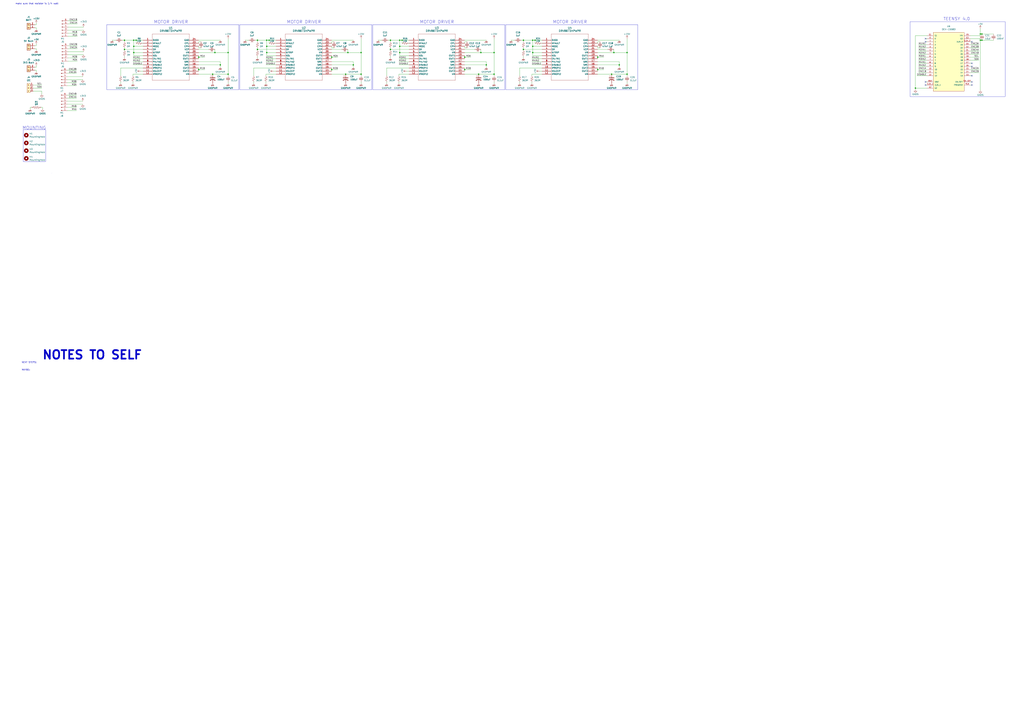
<source format=kicad_sch>
(kicad_sch (version 20230121) (generator eeschema)
  (paper "A1")
  (title_block (date "2023-10-20") (company "Team Silverback"))
  (junction (at 405.765 60.96))
  (junction (at 490.855 57.15))
  (junction (at 272.415 57.15))
  (junction (at 109.855 43.18))
  (junction (at 393.065 60.96))
  (junction (at 405.765 43.18))
  (junction (at 180.975 53.34))
  (junction (at 429.895 40.64))
  (junction (at 272.415 46.99))
  (junction (at 220.98 33.02))
  (junction (at 328.295 38.1))
  (junction (at 211.455 33.02))
  (junction (at 283.845 60.96))
  (junction (at 490.855 46.99))
  (junction (at 437.515 33.02))
  (junction (at 296.545 60.96))
  (junction (at 163.195 57.15))
  (junction (at 102.235 33.02))
  (junction (at 187.325 43.18))
  (junction (at 399.415 53.34))
  (junction (at 109.855 33.02))
  (junction (at 163.195 46.99))
  (junction (at 502.285 60.96))
  (junction (at 296.545 43.18))
  (junction (at 514.985 60.96))
  (junction (at 805.18 27.94))
  (junction (at 381.635 46.99))
  (junction (at 330.2 33.02))
  (junction (at 806.45 33.02))
  (junction (at 429.895 33.02))
  (junction (at 219.075 33.02))
  (junction (at 320.675 33.02))
  (junction (at 174.625 60.96))
  (junction (at 328.295 33.02))
  (junction (at 219.075 43.18))
  (junction (at 285.75 43.18))
  (junction (at 394.97 43.18))
  (junction (at 806.45 27.94))
  (junction (at 508.635 53.34))
  (junction (at 504.19 43.18))
  (junction (at 219.075 38.1))
  (junction (at 290.195 53.34))
  (junction (at 109.855 38.1))
  (junction (at 751.84 72.39))
  (junction (at 437.515 43.18))
  (junction (at 437.515 38.1))
  (junction (at 102.235 40.64))
  (junction (at 805.18 33.02))
  (junction (at 320.675 40.64))
  (junction (at 187.325 60.96))
  (junction (at 111.76 33.02))
  (junction (at 176.53 43.18))
  (junction (at 514.985 43.18))
  (junction (at 328.295 43.18))
  (junction (at 439.42 33.02))
  (junction (at 381.635 57.15))
  (junction (at 211.455 40.64))
  (no_connect (at 798.195 67.31))
  (no_connect (at 760.095 31.75))
  (no_connect (at 798.195 52.07))
  (no_connect (at 798.195 54.61))
  (no_connect (at 760.095 67.31))
  (no_connect (at 798.195 62.23))
  (no_connect (at 798.195 69.85))
  (no_connect (at 760.095 34.29))
  (no_connect (at 798.195 34.29))
  (no_connect (at 760.095 69.85))
  (wire (pts (xy 163.195 46.99) (xy 163.195 48.26)))
  (wire (pts (xy 174.625 60.96) (xy 187.325 60.96)))
  (wire (pts (xy 219.075 33.02) (xy 220.98 33.02)))
  (wire (pts (xy 751.84 29.21) (xy 751.84 72.39)))
  (wire (pts (xy 180.975 50.8) (xy 180.975 53.34)))
  (wire (pts (xy 508.635 50.8) (xy 508.635 53.34)))
  (wire (pts (xy 55.88 24.765) (xy 68.58 24.765)))
  (wire (pts (xy 102.235 40.64) (xy 117.475 40.64)))
  (wire (pts (xy 399.415 50.8) (xy 399.415 53.34)))
  (wire (pts (xy 436.88 68.58) (xy 436.88 67.31)))
  (wire (pts (xy 393.065 60.96) (xy 405.765 60.96)))
  (wire (pts (xy 504.19 43.18) (xy 514.985 43.18)))
  (wire (pts (xy 445.135 60.96) (xy 436.88 60.96)))
  (wire (pts (xy 427.99 33.02) (xy 429.895 33.02)))
  (wire (pts (xy 218.44 68.58) (xy 218.44 67.31)))
  (wire (pts (xy 272.415 46.99) (xy 272.415 48.26)))
  (wire (pts (xy 28.575 20.32) (xy 29.845 20.32)))
  (wire (pts (xy 803.91 44.45) (xy 796.925 44.45)))
  (wire (pts (xy 272.415 53.34) (xy 290.195 53.34)))
  (wire (pts (xy 109.855 45.72) (xy 109.855 43.18)))
  (wire (pts (xy 34.29 74.93) (xy 27.305 74.93)))
  (wire (pts (xy 437.515 33.02) (xy 439.42 33.02)))
  (wire (pts (xy 754.38 54.61) (xy 761.365 54.61)))
  (wire (pts (xy 218.44 53.34) (xy 226.695 53.34)))
  (wire (pts (xy 760.095 34.29) (xy 761.365 34.29)))
  (wire (pts (xy 805.18 31.75) (xy 796.925 31.75)))
  (wire (pts (xy 109.22 60.96) (xy 109.22 62.23)))
  (wire (pts (xy 283.845 60.96) (xy 296.545 60.96)))
  (wire (pts (xy 163.195 57.15) (xy 168.275 57.15)))
  (wire (pts (xy 28.575 57.785) (xy 29.845 57.785)))
  (wire (pts (xy 111.76 33.02) (xy 117.475 33.02)))
  (wire (pts (xy 514.985 60.96) (xy 514.985 43.18)))
  (wire (pts (xy 514.985 68.58) (xy 514.985 67.31)))
  (wire (pts (xy 335.915 43.18) (xy 328.295 43.18)))
  (wire (pts (xy 803.91 41.91) (xy 796.925 41.91)))
  (wire (pts (xy 102.235 41.275) (xy 102.235 40.64)))
  (wire (pts (xy 55.245 62.865) (xy 67.945 62.865)))
  (wire (pts (xy 798.195 34.29) (xy 796.925 34.29)))
  (wire (pts (xy 429.895 47.625) (xy 429.895 46.355)))
  (wire (pts (xy 27.305 72.39) (xy 34.29 72.39)))
  (wire (pts (xy 803.91 39.37) (xy 796.925 39.37)))
  (wire (pts (xy 187.325 68.58) (xy 187.325 67.31)))
  (wire (pts (xy 272.415 60.96) (xy 283.845 60.96)))
  (wire (pts (xy 394.97 40.64) (xy 394.97 43.18)))
  (wire (pts (xy 211.455 33.02) (xy 211.455 34.29)))
  (wire (pts (xy 272.415 39.37) (xy 272.415 38.1)))
  (wire (pts (xy 296.545 62.23) (xy 296.545 60.96)))
  (wire (pts (xy 296.545 68.58) (xy 296.545 67.31)))
  (wire (pts (xy 272.415 45.72) (xy 272.415 46.99)))
  (wire (pts (xy 55.245 67.945) (xy 62.865 67.945)))
  (wire (pts (xy 754.38 39.37) (xy 761.365 39.37)))
  (wire (pts (xy 335.915 60.96) (xy 327.66 60.96)))
  (wire (pts (xy 28.575 55.245) (xy 29.845 55.245)))
  (wire (pts (xy 29.845 19.05) (xy 29.845 20.32)))
  (wire (pts (xy 796.925 29.21) (xy 805.18 29.21)))
  (wire (pts (xy 55.88 22.225) (xy 68.58 22.225)))
  (wire (pts (xy 29.845 57.785) (xy 29.845 59.055)))
  (wire (pts (xy 490.855 60.96) (xy 502.285 60.96)))
  (wire (pts (xy 28.575 37.465) (xy 29.845 37.465)))
  (wire (pts (xy 806.45 27.94) (xy 815.975 27.94)))
  (wire (pts (xy 220.98 33.02) (xy 226.695 33.02)))
  (wire (pts (xy 208.28 55.88) (xy 226.695 55.88)))
  (wire (pts (xy 490.855 33.02) (xy 508.635 33.02)))
  (wire (pts (xy 109.855 33.02) (xy 109.855 38.1)))
  (wire (pts (xy 163.195 33.02) (xy 180.975 33.02)))
  (wire (pts (xy 439.42 33.02) (xy 439.42 35.56)))
  (wire (pts (xy 208.28 67.31) (xy 208.28 68.58)))
  (wire (pts (xy 102.235 39.37) (xy 102.235 40.64)))
  (wire (pts (xy 405.765 31.75) (xy 405.765 43.18)))
  (wire (pts (xy 290.195 50.8) (xy 290.195 53.34)))
  (wire (pts (xy 335.915 45.72) (xy 328.295 45.72)))
  (wire (pts (xy 381.635 34.29) (xy 383.54 34.29)))
  (wire (pts (xy 754.38 52.07) (xy 761.365 52.07)))
  (wire (pts (xy 187.325 60.96) (xy 187.325 43.18)))
  (wire (pts (xy 490.855 43.18) (xy 504.19 43.18)))
  (wire (pts (xy 490.855 39.37) (xy 490.855 38.1)))
  (wire (pts (xy 502.285 60.96) (xy 514.985 60.96)))
  (wire (pts (xy 429.895 41.275) (xy 429.895 40.64)))
  (wire (pts (xy 220.98 33.02) (xy 220.98 35.56)))
  (wire (pts (xy 381.635 50.8) (xy 399.415 50.8)))
  (wire (pts (xy 34.925 88.265) (xy 34.925 89.535)))
  (wire (pts (xy 272.415 35.56) (xy 272.415 34.29)))
  (wire (pts (xy 218.44 48.26) (xy 226.695 48.26)))
  (wire (pts (xy 163.195 53.34) (xy 180.975 53.34)))
  (wire (pts (xy 102.235 33.02) (xy 109.855 33.02)))
  (wire (pts (xy 383.54 39.37) (xy 381.635 39.37)))
  (wire (pts (xy 490.855 46.99) (xy 490.855 48.26)))
  (wire (pts (xy 117.475 45.72) (xy 109.855 45.72)))
  (wire (pts (xy 514.985 31.75) (xy 514.985 43.18)))
  (wire (pts (xy 399.415 53.34) (xy 399.415 55.245)))
  (wire (pts (xy 381.635 43.18) (xy 394.97 43.18)))
  (wire (pts (xy 55.245 80.645) (xy 62.865 80.645)))
  (wire (pts (xy 437.515 45.72) (xy 437.515 43.18)))
  (wire (pts (xy 490.855 46.99) (xy 495.935 46.99)))
  (wire (pts (xy 226.695 58.42) (xy 224.79 58.42)))
  (wire (pts (xy 208.28 55.88) (xy 208.28 62.23)))
  (wire (pts (xy 272.415 40.64) (xy 280.67 40.64)))
  (wire (pts (xy 163.195 40.64) (xy 171.45 40.64)))
  (wire (pts (xy 102.235 33.02) (xy 102.235 34.29)))
  (wire (pts (xy 805.18 33.02) (xy 805.18 74.295)))
  (wire (pts (xy 226.695 45.72) (xy 219.075 45.72)))
  (wire (pts (xy 117.475 35.56) (xy 116.84 35.56)))
  (wire (pts (xy 754.38 46.99) (xy 761.365 46.99)))
  (wire (pts (xy 111.76 33.02) (xy 111.76 35.56)))
  (wire (pts (xy 761.365 29.21) (xy 751.84 29.21)))
  (wire (pts (xy 27.305 69.85) (xy 34.29 69.85)))
  (wire (pts (xy 437.515 33.02) (xy 437.515 38.1)))
  (wire (pts (xy 335.915 38.1) (xy 328.295 38.1)))
  (wire (pts (xy 296.545 31.75) (xy 296.545 43.18)))
  (wire (pts (xy 335.915 58.42) (xy 334.01 58.42)))
  (wire (pts (xy 381.635 57.15) (xy 386.715 57.15)))
  (wire (pts (xy 211.455 33.02) (xy 219.075 33.02)))
  (wire (pts (xy 754.38 49.53) (xy 761.365 49.53)))
  (wire (pts (xy 504.19 40.64) (xy 504.19 43.18)))
  (wire (pts (xy 187.325 62.23) (xy 187.325 60.96)))
  (wire (pts (xy 219.075 33.02) (xy 219.075 38.1)))
  (wire (pts (xy 272.415 55.88) (xy 272.415 57.15)))
  (wire (pts (xy 296.545 60.96) (xy 296.545 43.18)))
  (wire (pts (xy 806.45 33.02) (xy 805.18 33.02)))
  (wire (pts (xy 320.675 41.275) (xy 320.675 40.64)))
  (wire (pts (xy 55.88 40.005) (xy 63.5 40.005)))
  (wire (pts (xy 55.88 45.085) (xy 68.58 45.085)))
  (wire (pts (xy 55.245 60.325) (xy 62.865 60.325)))
  (wire (pts (xy 490.855 57.15) (xy 490.855 58.42)))
  (wire (pts (xy 187.325 31.75) (xy 187.325 43.18)))
  (wire (pts (xy 55.245 88.265) (xy 62.865 88.265)))
  (wire (pts (xy 55.245 57.785) (xy 62.865 57.785)))
  (wire (pts (xy 490.855 40.64) (xy 499.11 40.64)))
  (wire (pts (xy 55.88 47.625) (xy 63.5 47.625)))
  (wire (pts (xy 219.075 38.1) (xy 219.075 43.18)))
  (wire (pts (xy 805.18 27.94) (xy 805.18 29.21)))
  (wire (pts (xy 55.88 50.165) (xy 63.5 50.165)))
  (wire (pts (xy 290.195 53.34) (xy 290.195 55.245)))
  (wire (pts (xy 99.06 55.88) (xy 117.475 55.88)))
  (wire (pts (xy 426.72 55.88) (xy 426.72 62.23)))
  (wire (pts (xy 317.5 55.88) (xy 335.915 55.88)))
  (wire (pts (xy 109.855 38.1) (xy 109.855 43.18)))
  (wire (pts (xy 429.895 33.02) (xy 437.515 33.02)))
  (wire (pts (xy 419.735 33.02) (xy 422.91 33.02)))
  (wire (pts (xy 445.135 43.18) (xy 437.515 43.18)))
  (wire (pts (xy 117.475 43.18) (xy 109.855 43.18)))
  (wire (pts (xy 55.88 17.145) (xy 63.5 17.145)))
  (wire (pts (xy 436.88 60.96) (xy 436.88 62.23)))
  (wire (pts (xy 328.295 38.1) (xy 328.295 43.18)))
  (wire (pts (xy 490.855 53.34) (xy 508.635 53.34)))
  (wire (pts (xy 508.635 53.34) (xy 508.635 55.245)))
  (wire (pts (xy 796.925 49.53) (xy 803.91 49.53)))
  (wire (pts (xy 100.33 33.02) (xy 102.235 33.02)))
  (wire (pts (xy 754.38 44.45) (xy 761.365 44.45)))
  (wire (pts (xy 490.855 45.72) (xy 490.855 46.99)))
  (wire (pts (xy 796.925 46.99) (xy 803.91 46.99)))
  (wire (pts (xy 55.245 78.105) (xy 62.865 78.105)))
  (wire (pts (xy 436.88 50.8) (xy 445.135 50.8)))
  (wire (pts (xy 803.91 57.15) (xy 796.925 57.15)))
  (wire (pts (xy 327.66 68.58) (xy 327.66 67.31)))
  (wire (pts (xy 55.245 83.185) (xy 67.945 83.185)))
  (wire (pts (xy 805.18 31.75) (xy 805.18 33.02)))
  (wire (pts (xy 754.38 57.15) (xy 761.365 57.15)))
  (wire (pts (xy 272.415 57.15) (xy 277.495 57.15)))
  (wire (pts (xy 381.635 33.02) (xy 399.415 33.02)))
  (wire (pts (xy 219.075 45.72) (xy 219.075 43.18)))
  (wire (pts (xy 381.635 60.96) (xy 393.065 60.96)))
  (wire (pts (xy 490.855 50.8) (xy 508.635 50.8)))
  (wire (pts (xy 805.18 23.495) (xy 805.18 27.94)))
  (wire (pts (xy 226.695 60.96) (xy 218.44 60.96)))
  (wire (pts (xy 429.895 33.02) (xy 429.895 34.29)))
  (wire (pts (xy 163.195 46.99) (xy 168.275 46.99)))
  (wire (pts (xy 320.675 39.37) (xy 320.675 40.64)))
  (wire (pts (xy 426.72 67.31) (xy 426.72 68.58)))
  (wire (pts (xy 209.55 33.02) (xy 211.455 33.02)))
  (wire (pts (xy 429.895 39.37) (xy 429.895 40.64)))
  (wire (pts (xy 445.135 45.72) (xy 437.515 45.72)))
  (wire (pts (xy 109.22 50.8) (xy 117.475 50.8)))
  (wire (pts (xy 99.06 55.88) (xy 99.06 62.23)))
  (wire (pts (xy 163.195 43.18) (xy 176.53 43.18)))
  (wire (pts (xy 163.195 35.56) (xy 163.195 34.29)))
  (wire (pts (xy 436.88 48.26) (xy 445.135 48.26)))
  (wire (pts (xy 490.855 57.15) (xy 495.935 57.15)))
  (wire (pts (xy 163.195 50.8) (xy 180.975 50.8)))
  (wire (pts (xy 514.985 62.23) (xy 514.985 60.96)))
  (wire (pts (xy 109.855 33.02) (xy 111.76 33.02)))
  (wire (pts (xy 55.88 27.305) (xy 63.5 27.305)))
  (wire (pts (xy 28.575 40.005) (xy 29.845 40.005)))
  (wire (pts (xy 803.91 36.83) (xy 796.925 36.83)))
  (wire (pts (xy 24.765 88.265) (xy 24.765 89.535)))
  (wire (pts (xy 751.84 72.39) (xy 751.84 73.66)))
  (wire (pts (xy 163.195 57.15) (xy 163.195 58.42)))
  (wire (pts (xy 381.635 35.56) (xy 381.635 34.29)))
  (wire (pts (xy 327.66 60.96) (xy 327.66 62.23)))
  (wire (pts (xy 310.515 33.02) (xy 313.69 33.02)))
  (wire (pts (xy 753.11 62.23) (xy 761.365 62.23)))
  (wire (pts (xy 109.22 68.58) (xy 109.22 67.31)))
  (wire (pts (xy 751.84 72.39) (xy 761.365 72.39)))
  (wire (pts (xy 754.38 36.83) (xy 761.365 36.83)))
  (wire (pts (xy 163.195 55.88) (xy 163.195 57.15)))
  (wire (pts (xy 806.45 27.94) (xy 805.18 27.94)))
  (wire (pts (xy 327.66 53.34) (xy 335.915 53.34)))
  (wire (pts (xy 285.75 40.64) (xy 285.75 43.18)))
  (wire (pts (xy 798.195 62.23) (xy 796.925 62.23)))
  (wire (pts (xy 798.195 67.31) (xy 796.925 67.31)))
  (wire (pts (xy 176.53 40.64) (xy 176.53 43.18)))
  (wire (pts (xy 55.88 42.545) (xy 68.58 42.545)))
  (wire (pts (xy 28.575 22.86) (xy 29.845 22.86)))
  (wire (pts (xy 55.245 65.405) (xy 67.945 65.405)))
  (wire (pts (xy 803.91 59.69) (xy 796.925 59.69)))
  (wire (pts (xy 163.195 45.72) (xy 163.195 46.99)))
  (wire (pts (xy 33.655 88.265) (xy 34.925 88.265)))
  (wire (pts (xy 806.45 33.02) (xy 815.975 33.02)))
  (wire (pts (xy 490.855 35.56) (xy 490.855 34.29)))
  (wire (pts (xy 55.245 90.805) (xy 62.865 90.805)))
  (wire (pts (xy 798.195 52.07) (xy 796.925 52.07)))
  (wire (pts (xy 320.675 47.625) (xy 320.675 46.355)))
  (wire (pts (xy 226.695 43.18) (xy 219.075 43.18)))
  (wire (pts (xy 55.88 29.845) (xy 63.5 29.845)))
  (wire (pts (xy 176.53 43.18) (xy 187.325 43.18)))
  (wire (pts (xy 394.97 43.18) (xy 405.765 43.18)))
  (wire (pts (xy 272.415 33.02) (xy 290.195 33.02)))
  (wire (pts (xy 317.5 55.88) (xy 317.5 62.23)))
  (wire (pts (xy 445.135 38.1) (xy 437.515 38.1)))
  (wire (pts (xy 445.135 58.42) (xy 443.23 58.42)))
  (wire (pts (xy 330.2 33.02) (xy 330.2 35.56)))
  (wire (pts (xy 109.22 53.34) (xy 117.475 53.34)))
  (wire (pts (xy 381.635 40.64) (xy 389.89 40.64)))
  (wire (pts (xy 760.095 67.31) (xy 761.365 67.31)))
  (wire (pts (xy 117.475 60.96) (xy 109.22 60.96)))
  (wire (pts (xy 381.635 45.72) (xy 381.635 46.99)))
  (wire (pts (xy 320.675 40.64) (xy 335.915 40.64)))
  (wire (pts (xy 55.245 70.485) (xy 62.865 70.485)))
  (wire (pts (xy 445.135 35.56) (xy 444.5 35.56)))
  (wire (pts (xy 426.72 55.88) (xy 445.135 55.88)))
  (wire (pts (xy 211.455 39.37) (xy 211.455 40.64)))
  (wire (pts (xy 226.695 38.1) (xy 219.075 38.1)))
  (wire (pts (xy 55.88 19.685) (xy 63.5 19.685)))
  (wire (pts (xy 798.195 69.85) (xy 796.925 69.85)))
  (wire (pts (xy 226.695 35.56) (xy 226.06 35.56)))
  (wire (pts (xy 117.475 38.1) (xy 109.855 38.1)))
  (wire (pts (xy 165.1 39.37) (xy 163.195 39.37)))
  (wire (pts (xy 211.455 40.64) (xy 226.695 40.64)))
  (wire (pts (xy 328.295 33.02) (xy 328.295 38.1)))
  (wire (pts (xy 405.765 62.23) (xy 405.765 60.96)))
  (wire (pts (xy 760.095 31.75) (xy 761.365 31.75)))
  (wire (pts (xy 163.195 34.29) (xy 165.1 34.29)))
  (wire (pts (xy 327.66 48.26) (xy 335.915 48.26)))
  (wire (pts (xy 381.635 53.34) (xy 399.415 53.34)))
  (wire (pts (xy 490.855 34.29) (xy 492.76 34.29)))
  (wire (pts (xy 29.845 36.195) (xy 29.845 37.465)))
  (wire (pts (xy 117.475 58.42) (xy 115.57 58.42)))
  (wire (pts (xy 272.415 50.8) (xy 290.195 50.8)))
  (wire (pts (xy 437.515 38.1) (xy 437.515 43.18)))
  (wire (pts (xy 272.415 43.18) (xy 285.75 43.18)))
  (wire (pts (xy 163.195 60.96) (xy 174.625 60.96)))
  (wire (pts (xy 429.895 40.64) (xy 445.135 40.64)))
  (wire (pts (xy 381.635 55.88) (xy 381.635 57.15)))
  (wire (pts (xy 163.195 39.37) (xy 163.195 38.1)))
  (wire (pts (xy 272.415 34.29) (xy 274.32 34.29)))
  (wire (pts (xy 201.295 33.02) (xy 204.47 33.02)))
  (wire (pts (xy 328.295 45.72) (xy 328.295 43.18)))
  (wire (pts (xy 29.845 40.005) (xy 29.845 41.275)))
  (wire (pts (xy 180.975 53.34) (xy 180.975 55.245)))
  (wire (pts (xy 405.765 60.96) (xy 405.765 43.18)))
  (wire (pts (xy 328.295 33.02) (xy 330.2 33.02)))
  (wire (pts (xy 798.195 54.61) (xy 796.925 54.61)))
  (wire (pts (xy 29.845 53.975) (xy 29.845 55.245)))
  (wire (pts (xy 754.38 59.69) (xy 761.365 59.69)))
  (wire (pts (xy 439.42 33.02) (xy 445.135 33.02)))
  (wire (pts (xy 218.44 50.8) (xy 226.695 50.8)))
  (wire (pts (xy 99.06 67.31) (xy 99.06 68.58)))
  (wire (pts (xy 218.44 60.96) (xy 218.44 62.23)))
  (wire (pts (xy 320.675 33.02) (xy 320.675 34.29)))
  (wire (pts (xy 754.38 41.91) (xy 761.365 41.91)))
  (wire (pts (xy 29.845 22.86) (xy 29.845 24.13)))
  (wire (pts (xy 317.5 67.31) (xy 317.5 68.58)))
  (wire (pts (xy 274.32 39.37) (xy 272.415 39.37)))
  (wire (pts (xy 55.245 85.725) (xy 67.945 85.725)))
  (wire (pts (xy 760.095 69.85) (xy 761.365 69.85)))
  (wire (pts (xy 285.75 43.18) (xy 296.545 43.18)))
  (wire (pts (xy 211.455 41.275) (xy 211.455 40.64)))
  (wire (pts (xy 327.66 50.8) (xy 335.915 50.8)))
  (wire (pts (xy 272.415 46.99) (xy 277.495 46.99)))
  (wire (pts (xy 381.635 39.37) (xy 381.635 38.1)))
  (wire (pts (xy 405.765 68.58) (xy 405.765 67.31)))
  (wire (pts (xy 381.635 46.99) (xy 386.715 46.99)))
  (wire (pts (xy 318.77 33.02) (xy 320.675 33.02)))
  (wire (pts (xy 211.455 47.625) (xy 211.455 46.355)))
  (wire (pts (xy 55.88 37.465) (xy 63.5 37.465)))
  (wire (pts (xy 330.2 33.02) (xy 335.915 33.02)))
  (wire (pts (xy 272.415 57.15) (xy 272.415 58.42)))
  (wire (pts (xy 26.035 88.265) (xy 24.765 88.265)))
  (wire (pts (xy 34.29 77.47) (xy 34.29 74.93)))
  (wire (pts (xy 490.855 55.88) (xy 490.855 57.15)))
  (wire (pts (xy 335.915 35.56) (xy 335.28 35.56)))
  (wire (pts (xy 92.075 33.02) (xy 95.25 33.02)))
  (wire (pts (xy 381.635 57.15) (xy 381.635 58.42)))
  (wire (pts (xy 102.235 47.625) (xy 102.235 46.355)))
  (wire (pts (xy 109.22 48.26) (xy 117.475 48.26)))
  (wire (pts (xy 492.76 39.37) (xy 490.855 39.37)))
  (wire (pts (xy 381.635 46.99) (xy 381.635 48.26)))
  (wire (pts (xy 320.675 33.02) (xy 328.295 33.02)))
  (wire (pts (xy 436.88 53.34) (xy 445.135 53.34)))
  (rectangle (start 19.05 106.68) (end 37.465 132.715))
  (rectangle (start 42.545 142.24) (end 42.545 142.24))
  (rectangle (start 87.63 20.32) (end 196.215 73.66))
  (rectangle (start 747.395 17.78) (end 825.5 79.375))
  (rectangle (start 196.85 20.32) (end 305.435 73.66))
  (rectangle (start 306.07 20.32) (end 414.655 73.66))
  (rectangle (start 415.29 20.32) (end 523.875 73.66))
  (text "TEENSY 4.0" (at 774.7 17.145 0) (effects (font (size 2.54 2.54)) (justify left bottom)))
  (text "MOTOR DRIVER" (at 454.025 19.685 0) (effects (font (size 2.54 2.54)) (justify left bottom)))
  (text "NOTES TO SELF" (at 34.29 295.91 0) (effects (font (size 7 7) (thickness 1.4) bold) (justify left bottom)))
  (text "MOTOR DRIVER" (at 235.585 19.685 0) (effects (font (size 2.54 2.54)) (justify left bottom)))
  (text "NEXT STEPS:\n\n\nMAYBE:\n" (at 17.78 304.8 0) (effects (font (size 1.27 1.27)) (justify left bottom)))
  (text "make sure that resistor is 1/4 watt" (at 12.7 3.81 0) (effects (font (size 1.27 1.27)) (justify left bottom)))
  (text "MOTOR DRIVER" (at 126.365 19.685 0) (effects (font (size 2.54 2.54)) (justify left bottom)))
  (text "MOTOR DRIVER" (at 344.805 19.685 0) (effects (font (size 2.54 2.54)) (justify left bottom)))
  (text "MOUNTING" (at 18.415 106.68 0) (effects (font (size 2.54 2.54)) (justify left bottom)))
  (label "M1IN1" (at 109.22 48.26 0))
  (label "SDA" (at 34.29 72.39 180))
  (label "DISABLE" (at 218.44 53.34 0))
  (label "M1IN1" (at 754.38 36.83 0))
  (label "ENC1A" (at 754.38 57.15 0))
  (label "M3IN1" (at 754.38 46.99 0))
  (label "ENC4A" (at 62.865 80.645 180))
  (label "M2B" (at 277.495 57.15 180))
  (label "M2IN2" (at 218.44 50.8 0))
  (label "SDA" (at 803.91 49.53 180))
  (label "DISABLE" (at 436.88 53.34 0))
  (label "ENC2B" (at 803.91 59.69 180))
  (label "M3A" (at 62.865 70.485 180))
  (label "M3IN2" (at 754.38 49.53 0))
  (label "M2B" (at 63.5 47.625 180))
  (label "M3B" (at 62.865 67.945 180))
  (label "M2IN1" (at 218.44 48.26 0))
  (label "SCL" (at 803.91 46.99 180))
  (label "ENC2A" (at 63.5 40.005 180))
  (label "ENC3A" (at 62.865 60.325 180))
  (label "M4IN1" (at 754.38 52.07 0))
  (label "M3A" (at 386.715 46.99 180))
  (label "M4B" (at 495.935 57.15 180))
  (label "M1IN2" (at 754.38 39.37 0))
  (label "M2A" (at 277.495 46.99 180))
  (label "ENC1A" (at 63.5 19.685 180))
  (label "M1A" (at 168.275 46.99 180))
  (label "M1A" (at 63.5 29.845 180))
  (label "M3IN1" (at 327.66 48.26 0))
  (label "M2IN2" (at 754.38 44.45 0))
  (label "DISABLE" (at 753.11 62.23 0))
  (label "M4IN2" (at 754.38 54.61 0))
  (label "M1B" (at 63.5 27.305 180))
  (label "ENC2B" (at 63.5 37.465 180))
  (label "M2IN1" (at 754.38 41.91 0))
  (label "DISABLE" (at 327.66 53.34 0))
  (label "M2A" (at 63.5 50.165 180))
  (label "M4A" (at 62.865 90.805 180))
  (label "ENC4B" (at 62.865 78.105 180))
  (label "M4A" (at 495.935 46.99 180))
  (label "M4B" (at 62.865 88.265 180))
  (label "M3IN2" (at 327.66 50.8 0))
  (label "SCL" (at 34.29 69.85 180))
  (label "M4IN1" (at 436.88 48.26 0))
  (label "M3B" (at 386.715 57.15 180))
  (label "DISABLE" (at 109.22 53.34 0))
  (label "ENC1B" (at 63.5 17.145 180))
  (label "ENC3B" (at 62.865 57.785 180))
  (label "ENC4B" (at 803.91 44.45 180))
  (label "ENC4A" (at 803.91 41.91 180))
  (label "ENC2A" (at 803.91 57.15 180))
  (label "M4IN2" (at 436.88 50.8 0))
  (label "M1IN2" (at 109.22 50.8 0))
  (label "ENC3B" (at 803.91 39.37 180))
  (label "ENC3A" (at 803.91 36.83 180))
  (label "ENC1B" (at 754.38 59.69 0))
  (label "M1B" (at 168.275 57.15 180))
  (symbol (lib_id "power:GNDPWR") (at 99.06 68.58 0) (unit 1)
    (property "Reference" "#PWR013" (effects hide))
    (property "Value" "GNDPWR" (at 99.06 72.39 0))
  )
  (symbol (lib_id "Device:R_Small_US") (at 332.74 35.56 90) (unit 1)
    (property "Reference" "R16" (at 332.74 31.75 90))
    (property "Value" "10k" (at 332.74 33.655 90))
    (property "Footprint" "Resistor_SMD:R_0402_1005Metric" (effects hide))
  )
  (symbol (lib_id "power:GNDPWR") (at 29.845 59.055 0) (unit 1)
    (property "Reference" "#PWR07" (effects hide))
    (property "Value" "GNDPWR" (at 29.845 62.865 0))
  )
  (symbol (lib_id "power:GNDS") (at 751.84 73.66 0) (unit 1)
    (property "Reference" "#PWR022" (effects hide))
    (property "Value" "GNDS" (at 751.84 77.47 0))
  )
  (symbol (lib_id "DRV8873HPWPR:DRV8873HPWPR") (at 445.135 33.02 0) (unit 1)
    (property "Reference" "U4" (at 467.995 22.86 0) (effects (font (size 1.524 1.524))))
    (property "Value" "DRV8873HPWPR" (at 467.995 25.4 0) (effects (font (size 1.524 1.524))))
    (property "Footprint" "DRV8873HPWPR:PWP24_TEX" (effects hide))
    (property "Datasheet" "DRV8873HPWPR" (effects hide))
  )
  (symbol (lib_id "power:+3V3") (at 29.845 53.975 0) (unit 1)
    (property "Reference" "#PWR06" (effects hide))
    (property "Value" "+3V3" (at 29.845 49.53 0))
  )
  (symbol (lib_id "Device:C_Small") (at 283.21 40.64 90) (unit 1)
    (property "Reference" "C8" (at 283.21 35.56 90))
    (property "Value" "1uF" (at 283.21 38.1 90))
    (property "Footprint" "Capacitor_SMD:C_0402_1005Metric" (effects hide))
  )
  (symbol (lib_id "Device:C_Polarized_US") (at 174.625 64.77 0) (unit 1)
    (property "Reference" "C4" (at 178.435 62.865 0) (effects (justify left)))
    (property "Value" "100uF" (at 178.435 65.405 0) (effects (justify left)))
    (property "Footprint" "Capacitor_SMD:CP_Elec_6.3x7.7" (effects hide))
  )
  (symbol (lib_id "power:+15V") (at 514.985 31.75 0) (unit 1)
    (property "Reference" "#PWR059" (effects hide))
    (property "Value" "+15V" (at 514.985 27.94 0))
  )
  (symbol (lib_id "power:+15V") (at 296.545 31.75 0) (unit 1)
    (property "Reference" "#PWR039" (effects hide))
    (property "Value" "+15V" (at 296.545 27.94 0))
  )
  (symbol (lib_id "power:+3V3") (at 68.58 42.545 0) (unit 1)
    (property "Reference" "#PWR025" (effects hide))
    (property "Value" "+3V3" (at 68.58 38.1 0))
  )
  (symbol (lib_id "power:+3V3") (at 67.945 83.185 0) (unit 1)
    (property "Reference" "#PWR029" (effects hide))
    (property "Value" "+3V3" (at 67.945 78.74 0))
  )
  (symbol (lib_id "power:GNDPWR") (at 208.28 68.58 0) (unit 1)
    (property "Reference" "#PWR032" (effects hide))
    (property "Value" "GNDPWR" (at 208.28 72.39 0))
  )
  (symbol (lib_id "power:GNDPWR") (at 211.455 47.625 0) (unit 1)
    (property "Reference" "#PWR033" (effects hide))
    (property "Value" "GNDPWR" (at 211.455 51.435 0))
  )
  (symbol (lib_id "Device:R_Small_US") (at 426.72 64.77 0) (unit 1)
    (property "Reference" "R17" (at 428.625 63.5 0) (effects (justify left)))
    (property "Value" "363R" (at 428.625 66.04 0) (effects (justify left)))
    (property "Footprint" "Resistor_SMD:R_0805_2012Metric" (effects hide))
  )
  (symbol (lib_id "power:GNDPWR") (at 327.66 68.58 0) (unit 1)
    (property "Reference" "#PWR044" (effects hide))
    (property "Value" "GNDPWR" (at 327.66 72.39 0))
  )
  (symbol (lib_id "Device:R_Small_US") (at 109.22 64.77 0) (unit 1)
    (property "Reference" "R5" (at 111.125 63.5 0) (effects (justify left)))
    (property "Value" "363R" (at 111.125 66.04 0) (effects (justify left)))
    (property "Footprint" "Resistor_SMD:R_0805_2012Metric" (effects hide))
  )
  (symbol (lib_id "power:GNDPWR") (at 419.735 33.02 0) (unit 1)
    (property "Reference" "#PWR051" (effects hide))
    (property "Value" "GNDPWR" (at 419.735 36.83 0))
  )
  (symbol (lib_id "Device:R_Small_US") (at 211.455 36.83 0) (unit 1)
    (property "Reference" "R8" (at 213.36 35.56 0) (effects (justify left)))
    (property "Value" "0R" (at 213.36 38.1 0) (effects (justify left)))
    (property "Footprint" "Resistor_SMD:R_0805_2012Metric" (effects hide))
  )
  (symbol (lib_id "power:GNDS") (at 67.945 85.725 0) (mirror y) (unit 1)
    (property "Reference" "#PWR030" (effects hide))
    (property "Value" "GNDS" (at 67.945 89.535 0))
  )
  (symbol (lib_id "Device:C_Polarized_US") (at 502.285 64.77 0) (unit 1)
    (property "Reference" "C19" (at 506.095 62.865 0) (effects (justify left)))
    (property "Value" "100uF" (at 506.095 65.405 0) (effects (justify left)))
    (property "Footprint" "Capacitor_SMD:CP_Elec_6.3x7.7" (effects hide))
  )
  (symbol (lib_id "power:GNDPWR") (at 29.845 41.275 0) (unit 1)
    (property "Reference" "#PWR05" (effects hide))
    (property "Value" "GNDPWR" (at 29.845 45.085 0))
  )
  (symbol (lib_id "power:+5V") (at 224.79 58.42 90) (unit 1)
    (property "Reference" "#PWR035" (effects hide))
    (property "Value" "+5V" (at 220.98 58.42 0))
  )
  (symbol (lib_id "power:GNDPWR") (at 508.635 55.245 0) (unit 1)
    (property "Reference" "#PWR058" (effects hide))
    (property "Value" "GNDPWR" (at 508.635 59.055 0))
  )
  (symbol (lib_id "power:GNDPWR") (at 502.285 68.58 0) (unit 1)
    (property "Reference" "#PWR056" (effects hide))
    (property "Value" "GNDPWR" (at 502.285 72.39 0))
  )
  (symbol (lib_id "Device:C_Small") (at 207.01 33.02 270) (unit 1)
    (property "Reference" "C6" (at 207.0036 26.67 90))
    (property "Value" "1uF" (at 207.0036 29.21 90))
    (property "Footprint" "Capacitor_SMD:C_0402_1005Metric" (effects hide))
  )
  (symbol (lib_id "Device:C_Small") (at 405.765 64.77 0) (unit 1)
    (property "Reference" "C15" (at 408.305 63.5063 0) (effects (justify left)))
    (property "Value" "0.1uF" (at 408.305 66.0463 0) (effects (justify left)))
    (property "Footprint" "Capacitor_SMD:C_0402_1005Metric" (effects hide))
  )
  (symbol (lib_id "Device:C_Small") (at 187.325 64.77 0) (unit 1)
    (property "Reference" "C5" (at 189.865 63.5063 0) (effects (justify left)))
    (property "Value" "0.1uF" (at 189.865 66.0463 0) (effects (justify left)))
    (property "Footprint" "Capacitor_SMD:C_0402_1005Metric" (effects hide))
  )
  (symbol (lib_id "Device:R_Small_US") (at 102.235 43.815 0) (unit 1)
    (property "Reference" "R4" (at 104.14 42.545 0) (effects (justify left)))
    (property "Value" "3M" (at 104.14 45.085 0) (effects (justify left)))
    (property "Footprint" "Resistor_SMD:R_0805_2012Metric" (effects hide))
  )
  (symbol (lib_id "Connector:Conn_01x06_Pin") (at 50.8 45.085 0) (mirror x) (unit 1)
    (property "Reference" "J6" (at 51.435 54.61 0))
    (property "Value" "M1" (at 51.435 52.07 0))
    (property "Footprint" "Connector_PinHeader_2.54mm:PinHeader_1x06_P2.54mm_Vertical" (effects hide))
  )
  (symbol (lib_id "Device:R_Small_US") (at 218.44 64.77 0) (unit 1)
    (property "Reference" "R10" (at 220.345 63.5 0) (effects (justify left)))
    (property "Value" "363R" (at 220.345 66.04 0) (effects (justify left)))
    (property "Footprint" "Resistor_SMD:R_0805_2012Metric" (effects hide))
  )
  (symbol (lib_id "power:+15V") (at 187.325 31.75 0) (unit 1)
    (property "Reference" "#PWR020" (effects hide))
    (property "Value" "+15V" (at 187.325 27.94 0))
  )
  (symbol (lib_id "power:GNDPWR") (at 310.515 33.02 0) (unit 1)
    (property "Reference" "#PWR041" (effects hide))
    (property "Value" "GNDPWR" (at 310.515 36.83 0))
  )
  (symbol (lib_id "power:+5V") (at 443.23 58.42 90) (unit 1)
    (property "Reference" "#PWR055" (effects hide))
    (property "Value" "+5V" (at 439.42 58.42 0))
  )
  (symbol (lib_id "Device:R_US") (at 29.845 88.265 270) (unit 1)
    (property "Reference" "R1" (at 29.845 83.82 90))
    (property "Value" "0R" (at 29.845 85.725 90))
    (property "Footprint" "Resistor_SMD:R_0805_2012Metric" (effects hide))
  )
  (symbol (lib_id "Device:R_Small_US") (at 208.28 64.77 0) (unit 1)
    (property "Reference" "R7" (at 210.185 63.5 0) (effects (justify left)))
    (property "Value" "363R" (at 210.185 66.04 0) (effects (justify left)))
    (property "Footprint" "Resistor_SMD:R_0805_2012Metric" (effects hide))
  )
  (symbol (lib_id "power:GNDPWR") (at 290.195 33.02 0) (unit 1)
    (property "Reference" "#PWR037" (effects hide))
    (property "Value" "GNDPWR" (at 290.195 36.83 0))
  )
  (symbol (lib_id "power:GNDPWR") (at 174.625 68.58 0) (unit 1)
    (property "Reference" "#PWR017" (effects hide))
    (property "Value" "GNDPWR" (at 174.625 72.39 0))
  )
  (symbol (lib_id "power:GNDPWR") (at 290.195 55.245 0) (unit 1)
    (property "Reference" "#PWR038" (effects hide))
    (property "Value" "GNDPWR" (at 290.195 59.055 0))
  )
  (symbol (lib_id "power:GNDPWR") (at 399.415 55.245 0) (unit 1)
    (property "Reference" "#PWR048" (effects hide))
    (property "Value" "GNDPWR" (at 399.415 59.055 0))
  )
  (symbol (lib_id "power:GNDPWR") (at 320.675 47.625 0) (unit 1)
    (property "Reference" "#PWR043" (effects hide))
    (property "Value" "GNDPWR" (at 320.675 51.435 0))
  )
  (symbol (lib_id "Device:C_Small") (at 173.99 40.64 90) (unit 1)
    (property "Reference" "C3" (at 173.99 35.56 90))
    (property "Value" "1uF" (at 173.99 38.1 90))
    (property "Footprint" "Capacitor_SMD:C_0402_1005Metric" (effects hide))
  )
  (symbol (lib_id "Device:R_Small_US") (at 102.235 36.83 0) (unit 1)
    (property "Reference" "R3" (at 104.14 35.56 0) (effects (justify left)))
    (property "Value" "0R" (at 104.14 38.1 0) (effects (justify left)))
    (property "Footprint" "Resistor_SMD:R_0805_2012Metric" (effects hide))
  )
  (symbol (lib_id "Device:C_Small") (at 274.32 36.83 0) (unit 1)
    (property "Reference" "C7" (at 276.225 35.56 0) (effects (justify left)))
    (property "Value" "47nF" (at 276.225 38.1 0) (effects (justify left)))
    (property "Footprint" "Capacitor_SMD:C_0402_1005Metric" (effects hide))
    (property "Sim.Enable" "0" (effects hide))
  )
  (symbol (lib_id "Mechanical:MountingHole") (at 21.59 130.175 0) (unit 1)
    (property "Reference" "H4" (at 24.13 128.905 0) (effects (justify left)))
    (property "Value" "MountingHole" (at 24.13 131.445 0) (effects (justify left)))
    (property "Footprint" "MountingHole:MountingHole_3.2mm_M3" (effects hide))
  )
  (symbol (lib_id "Device:R_Small_US") (at 320.675 43.815 0) (unit 1)
    (property "Reference" "R14" (at 322.58 42.545 0) (effects (justify left)))
    (property "Value" "3M" (at 322.58 45.085 0) (effects (justify left)))
    (property "Footprint" "Resistor_SMD:R_0805_2012Metric" (effects hide))
  )
  (symbol (lib_id "Device:C_Small") (at 501.65 40.64 90) (unit 1)
    (property "Reference" "C18" (at 501.65 35.56 90))
    (property "Value" "1uF" (at 501.65 38.1 90))
    (property "Footprint" "Capacitor_SMD:C_0402_1005Metric" (effects hide))
  )
  (symbol (lib_id "power:GNDPWR") (at 92.075 33.02 0) (unit 1)
    (property "Reference" "#PWR012" (effects hide))
    (property "Value" "GNDPWR" (at 92.075 36.83 0))
  )
  (symbol (lib_id "power:+15V") (at 405.765 31.75 0) (unit 1)
    (property "Reference" "#PWR049" (effects hide))
    (property "Value" "+15V" (at 405.765 27.94 0))
  )
  (symbol (lib_id "power:GNDPWR") (at 436.88 68.58 0) (unit 1)
    (property "Reference" "#PWR054" (effects hide))
    (property "Value" "GNDPWR" (at 436.88 72.39 0))
  )
  (symbol (lib_id "Mechanical:MountingHole") (at 21.59 123.825 0) (unit 1)
    (property "Reference" "H3" (at 24.13 122.555 0) (effects (justify left)))
    (property "Value" "MountingHole" (at 24.13 125.095 0) (effects (justify left)))
    (property "Footprint" "MountingHole:MountingHole_3.2mm_M3" (effects hide))
  )
  (symbol (lib_id "power:GNDPWR") (at 296.545 68.58 0) (unit 1)
    (property "Reference" "#PWR040" (effects hide))
    (property "Value" "GNDPWR" (at 296.545 72.39 0))
  )
  (symbol (lib_id "power:GNDPWR") (at 317.5 68.58 0) (unit 1)
    (property "Reference" "#PWR042" (effects hide))
    (property "Value" "GNDPWR" (at 317.5 72.39 0))
  )
  (symbol (lib_id "Connector:Screw_Terminal_01x02") (at 23.495 40.005 180) (unit 1)
    (property "Reference" "J2" (at 23.495 31.115 0))
    (property "Value" "5V Buck" (at 23.495 33.655 0))
    (property "Footprint" "Connector_AMASS:AMASS_XT30U-F_1x02_P5.0mm_Vertical" (effects hide))
  )
  (symbol (lib_id "power:+3V3") (at 67.945 62.865 0) (unit 1)
    (property "Reference" "#PWR027" (effects hide))
    (property "Value" "+3V3" (at 67.945 58.42 0))
  )
  (symbol (lib_id "power:GNDPWR") (at 29.845 24.13 0) (unit 1)
    (property "Reference" "#PWR03" (effects hide))
    (property "Value" "GNDPWR" (at 29.845 27.94 0))
  )
  (symbol (lib_id "Connector:Conn_01x06_Pin") (at 50.165 85.725 0) (mirror x) (unit 1)
    (property "Reference" "J8" (at 50.8 95.25 0))
    (property "Value" "M1" (at 50.8 92.71 0))
    (property "Footprint" "Connector_PinHeader_2.54mm:PinHeader_1x06_P2.54mm_Vertical" (effects hide))
  )
  (symbol (lib_id "Device:R_Small_US") (at 441.96 35.56 90) (unit 1)
    (property "Reference" "R21" (at 441.96 31.75 90))
    (property "Value" "10k" (at 441.96 33.655 90))
    (property "Footprint" "Resistor_SMD:R_0402_1005Metric" (effects hide))
  )
  (symbol (lib_id "Device:C_Small") (at 296.545 64.77 0) (unit 1)
    (property "Reference" "C10" (at 299.085 63.5063 0) (effects (justify left)))
    (property "Value" "0.1uF" (at 299.085 66.0463 0) (effects (justify left)))
    (property "Footprint" "Capacitor_SMD:C_0402_1005Metric" (effects hide))
  )
  (symbol (lib_id "power:+5V") (at 29.845 36.195 0) (unit 1)
    (property "Reference" "#PWR04" (effects hide))
    (property "Value" "+5V" (at 29.845 32.385 0))
  )
  (symbol (lib_id "DRV8873HPWPR:DRV8873HPWPR") (at 117.475 33.02 0) (unit 1)
    (property "Reference" "U1" (at 140.335 22.86 0) (effects (font (size 1.524 1.524))))
    (property "Value" "DRV8873HPWPR" (at 140.335 25.4 0) (effects (font (size 1.524 1.524))))
    (property "Footprint" "DRV8873HPWPR:PWP24_TEX" (effects hide))
    (property "Datasheet" "DRV8873HPWPR" (effects hide))
  )
  (symbol (lib_id "power:GNDS") (at 34.925 89.535 0) (unit 1)
    (property "Reference" "#PWR09" (effects hide))
    (property "Value" "GNDS" (at 34.925 93.345 0))
  )
  (symbol (lib_id "Device:C_Small") (at 97.79 33.02 270) (unit 1)
    (property "Reference" "C1" (at 97.7836 26.67 90))
    (property "Value" "1uF" (at 97.7836 29.21 90))
    (property "Footprint" "Capacitor_SMD:C_0402_1005Metric" (effects hide))
  )
  (symbol (lib_id "Device:C_Small") (at 492.76 36.83 0) (unit 1)
    (property "Reference" "C17" (at 494.665 35.56 0) (effects (justify left)))
    (property "Value" "47nF" (at 494.665 38.1 0) (effects (justify left)))
    (property "Footprint" "Capacitor_SMD:C_0402_1005Metric" (effects hide))
    (property "Sim.Enable" "0" (effects hide))
  )
  (symbol (lib_id "power:GNDPWR") (at 426.72 68.58 0) (unit 1)
    (property "Reference" "#PWR052" (effects hide))
    (property "Value" "GNDPWR" (at 426.72 72.39 0))
  )
  (symbol (lib_id "Device:C_Polarized_US") (at 283.845 64.77 0) (unit 1)
    (property "Reference" "C9" (at 287.655 62.865 0) (effects (justify left)))
    (property "Value" "100uF" (at 287.655 65.405 0) (effects (justify left)))
    (property "Footprint" "Capacitor_SMD:CP_Elec_6.3x7.7" (effects hide))
  )
  (symbol (lib_id "Device:R_Small_US") (at 317.5 64.77 0) (unit 1)
    (property "Reference" "R12" (at 319.405 63.5 0) (effects (justify left)))
    (property "Value" "363R" (at 319.405 66.04 0) (effects (justify left)))
    (property "Footprint" "Resistor_SMD:R_0805_2012Metric" (effects hide))
  )
  (symbol (lib_id "power:GNDPWR") (at 180.975 33.02 0) (unit 1)
    (property "Reference" "#PWR018" (effects hide))
    (property "Value" "GNDPWR" (at 180.975 36.83 0))
  )
  (symbol (lib_id "Device:C_Polarized_US") (at 393.065 64.77 0) (unit 1)
    (property "Reference" "C14" (at 396.875 62.865 0) (effects (justify left)))
    (property "Value" "100uF" (at 396.875 65.405 0) (effects (justify left)))
    (property "Footprint" "Capacitor_SMD:CP_Elec_6.3x7.7" (effects hide))
  )
  (symbol (lib_id "DRV8873HPWPR:DRV8873HPWPR") (at 226.695 33.02 0) (unit 1)
    (property "Reference" "U2" (at 249.555 22.86 0) (effects (font (size 1.524 1.524))))
    (property "Value" "DRV8873HPWPR" (at 249.555 25.4 0) (effects (font (size 1.524 1.524))))
    (property "Footprint" "DRV8873HPWPR:PWP24_TEX" (effects hide))
    (property "Datasheet" "DRV8873HPWPR" (effects hide))
  )
  (symbol (lib_id "power:GNDS") (at 68.58 24.765 0) (mirror y) (unit 1)
    (property "Reference" "#PWR011" (effects hide))
    (property "Value" "GNDS" (at 68.58 28.575 0))
  )
  (symbol (lib_id "power:GNDPWR") (at 508.635 33.02 0) (unit 1)
    (property "Reference" "#PWR057" (effects hide))
    (property "Value" "GNDPWR" (at 508.635 36.83 0))
  )
  (symbol (lib_id "power:GNDPWR") (at 187.325 68.58 0) (unit 1)
    (property "Reference" "#PWR021" (effects hide))
    (property "Value" "GNDPWR" (at 187.325 72.39 0))
  )
  (symbol (lib_id "dk_Rectangular-Connectors-Headers-Male-Pins:B3B-XH-A_LF__SN_") (at 24.765 69.85 270) (unit 1)
    (property "Reference" "J4" (at 23.495 63.5 90))
    (property "Value" "I2C" (at 23.495 66.04 90))
    (property "Footprint" "digikey-footprints:PinHeader_1x3_P2.5mm_Drill1.1mm" (effects hide))
    (property "Datasheet" "http://www.jst-mfg.com/product/pdf/eng/eXH.pdf" (effects hide))
    (property "Digi-Key_PN" "455-2248-ND" (effects hide))
    (property "MPN" "B3B-XH-A(LF)(SN)" (effects hide))
    (property "Category" "Connectors, Interconnects" (effects hide))
    (property "Family" "Rectangular Connectors - Headers, Male Pins" (effects hide))
    (property "DK_Datasheet_Link" "http://www.jst-mfg.com/product/pdf/eng/eXH.pdf" (effects hide))
    (property "DK_Detail_Page" "/product-detail/en/jst-sales-america-inc/B3B-XH-A(LF)(SN)/455-2248-ND/1651046" (effects hide))
    (property "Description" "CONN HEADER VERT 3POS 2.5MM" (effects hide))
    (property "Manufacturer" "JST Sales America Inc." (effects hide))
    (property "Status" "Active" (effects hide))
  )
  (symbol (lib_id "Device:R_Small_US") (at 429.895 43.815 0) (unit 1)
    (property "Reference" "R19" (at 431.8 42.545 0) (effects (justify left)))
    (property "Value" "3M" (at 431.8 45.085 0) (effects (justify left)))
    (property "Footprint" "Resistor_SMD:R_0805_2012Metric" (effects hide))
  )
  (symbol (lib_id "power:GNDPWR") (at 102.235 47.625 0) (unit 1)
    (property "Reference" "#PWR014" (effects hide))
    (property "Value" "GNDPWR" (at 102.235 51.435 0))
  )
  (symbol (lib_id "DRV8873HPWPR:DRV8873HPWPR") (at 335.915 33.02 0) (unit 1)
    (property "Reference" "U3" (at 358.775 22.86 0) (effects (font (size 1.524 1.524))))
    (property "Value" "DRV8873HPWPR" (at 358.775 25.4 0) (effects (font (size 1.524 1.524))))
    (property "Footprint" "DRV8873HPWPR:PWP24_TEX" (effects hide))
    (property "Datasheet" "DRV8873HPWPR" (effects hide))
  )
  (symbol (lib_id "Device:C_Small") (at 165.1 36.83 0) (unit 1)
    (property "Reference" "C2" (at 167.005 35.56 0) (effects (justify left)))
    (property "Value" "47nF" (at 167.005 38.1 0) (effects (justify left)))
    (property "Footprint" "Capacitor_SMD:C_0402_1005Metric" (effects hide))
    (property "Sim.Enable" "0" (effects hide))
  )
  (symbol (lib_id "power:+5V") (at 115.57 58.42 90) (unit 1)
    (property "Reference" "#PWR016" (effects hide))
    (property "Value" "+5V" (at 111.76 58.42 0))
  )
  (symbol (lib_id "Connector:Conn_01x06_Pin") (at 50.8 24.765 0) (mirror x) (unit 1)
    (property "Reference" "J5" (at 51.435 34.29 0))
    (property "Value" "M1" (at 51.435 31.75 0))
    (property "Footprint" "Connector_PinHeader_2.54mm:PinHeader_1x06_P2.54mm_Vertical" (effects hide))
  )
  (symbol (lib_id "Device:R_Small_US") (at 429.895 36.83 0) (unit 1)
    (property "Reference" "R18" (at 431.8 35.56 0) (effects (justify left)))
    (property "Value" "0R" (at 431.8 38.1 0) (effects (justify left)))
    (property "Footprint" "Resistor_SMD:R_0805_2012Metric" (effects hide))
  )
  (symbol (lib_id "Connector:Conn_01x06_Pin") (at 50.165 65.405 0) (mirror x) (unit 1)
    (property "Reference" "J7" (at 50.8 74.93 0))
    (property "Value" "M1" (at 50.8 72.39 0))
    (property "Footprint" "Connector_PinHeader_2.54mm:PinHeader_1x06_P2.54mm_Vertical" (effects hide))
  )
  (symbol (lib_id "power:GNDPWR") (at 283.845 68.58 0) (unit 1)
    (property "Reference" "#PWR036" (effects hide))
    (property "Value" "GNDPWR" (at 283.845 72.39 0))
  )
  (symbol (lib_id "power:GNDPWR") (at 399.415 33.02 0) (unit 1)
    (property "Reference" "#PWR047" (effects hide))
    (property "Value" "GNDPWR" (at 399.415 36.83 0))
  )
  (symbol (lib_id "Device:C_Small") (at 815.975 30.48 0) (unit 1)
    (property "Reference" "C22" (at 818.515 29.2163 0) (effects (justify left)))
    (property "Value" "100nF" (at 818.515 31.7563 0) (effects (justify left)))
    (property "Footprint" "Capacitor_SMD:C_0805_2012Metric" (effects hide))
  )
  (symbol (lib_id "power:+5V") (at 334.01 58.42 90) (unit 1)
    (property "Reference" "#PWR045" (effects hide))
    (property "Value" "+5V" (at 330.2 58.42 0))
  )
  (symbol (lib_id "Mechanical:MountingHole") (at 21.59 117.475 0) (unit 1)
    (property "Reference" "H2" (at 24.13 116.205 0) (effects (justify left)))
    (property "Value" "MountingHole" (at 24.13 118.745 0) (effects (justify left)))
    (property "Footprint" "MountingHole:MountingHole_3.2mm_M3" (effects hide))
  )
  (symbol (lib_id "power:GNDPWR") (at 201.295 33.02 0) (unit 1)
    (property "Reference" "#PWR031" (effects hide))
    (property "Value" "GNDPWR" (at 201.295 36.83 0))
  )
  (symbol (lib_id "power:+3V3") (at 68.58 22.225 0) (unit 1)
    (property "Reference" "#PWR010" (effects hide))
    (property "Value" "+3V3" (at 68.58 17.78 0))
  )
  (symbol (lib_id "power:+5V") (at 805.18 23.495 0) (unit 1)
    (property "Reference" "#PWR023" (effects hide))
    (property "Value" "+5V" (at 805.18 19.685 0))
  )
  (symbol (lib_id "Device:C_Small") (at 514.985 64.77 0) (unit 1)
    (property "Reference" "C20" (at 517.525 63.5063 0) (effects (justify left)))
    (property "Value" "0.1uF" (at 517.525 66.0463 0) (effects (justify left)))
    (property "Footprint" "Capacitor_SMD:C_0402_1005Metric" (effects hide))
  )
  (symbol (lib_id "power:GNDPWR") (at 218.44 68.58 0) (unit 1)
    (property "Reference" "#PWR034" (effects hide))
    (property "Value" "GNDPWR" (at 218.44 72.39 0))
  )
  (symbol (lib_id "power:GNDPWR") (at 109.22 68.58 0) (unit 1)
    (property "Reference" "#PWR015" (effects hide))
    (property "Value" "GNDPWR" (at 109.22 72.39 0))
  )
  (symbol (lib_id "power:GNDS") (at 34.29 77.47 0) (unit 1)
    (property "Reference" "#PWR08" (effects hide))
    (property "Value" "GNDS" (at 34.29 81.28 0))
  )
  (symbol (lib_id "power:+15V") (at 29.845 19.05 0) (unit 1)
    (property "Reference" "#PWR02" (effects hide))
    (property "Value" "+15V" (at 29.845 15.24 0))
  )
  (symbol (lib_id "power:GNDS") (at 68.58 45.085 0) (mirror y) (unit 1)
    (property "Reference" "#PWR026" (effects hide))
    (property "Value" "GNDS" (at 68.58 48.895 0))
  )
  (symbol (lib_id "Device:R_Small_US") (at 114.3 35.56 90) (unit 1)
    (property "Reference" "R6" (at 114.3 31.75 90))
    (property "Value" "10k" (at 114.3 33.655 90))
    (property "Footprint" "Resistor_SMD:R_0402_1005Metric" (effects hide))
  )
  (symbol (lib_id "power:GNDPWR") (at 514.985 68.58 0) (unit 1)
    (property "Reference" "#PWR060" (effects hide))
    (property "Value" "GNDPWR" (at 514.985 72.39 0))
  )
  (symbol (lib_id "Connector:Screw_Terminal_01x02") (at 23.495 22.86 180) (unit 1)
    (property "Reference" "J1" (at 23.495 13.97 0))
    (property "Value" "BATT" (at 23.495 16.51 0))
    (property "Footprint" "Connector_AMASS:AMASS_XT30U-F_1x02_P5.0mm_Vertical" (effects hide))
  )
  (symbol (lib_id "Device:C_Small") (at 806.45 30.48 0) (unit 1)
    (property "Reference" "C21" (at 808.99 29.2163 0) (effects (justify left)))
    (property "Value" "10uF" (at 808.99 31.7563 0) (effects (justify left)))
    (property "Footprint" "Capacitor_SMD:C_0805_2012Metric" (effects hide))
  )
  (symbol (lib_id "DEV-15583:DEV-15583") (at 779.145 49.53 0) (unit 1)
    (property "Reference" "U6" (at 779.145 21.59 0))
    (property "Value" "DEV-15583" (at 779.145 24.13 0))
    (property "Footprint" "DEV-15583:MODULE_DEV-15583" (effects hide))
    (property "MF" "SparkFun Electronics" (effects hide))
    (property "MAXIMUM_PACKAGE_HEIGHT" "5.87mm" (effects hide))
    (property "Package" "None" (effects hide))
    (property "Price" "None" (effects hide))
    (property "Check_prices" "https://www.snapeda.com/parts/DEV-15583/SparkFun+Electronics/view-part/?ref=eda" (effects hide))
    (property "STANDARD" "Manufacturer Recommendations" (effects hide))
    (property "SnapEDA_Link" "https://www.snapeda.com/parts/DEV-15583/SparkFun+Electronics/view-part/?ref=snap" (effects hide))
    (property "MP" "DEV-15583" (effects hide))
    (property "Purchase-URL" "https://www.snapeda.com/api/url_track_click_mouser/?unipart_id=4001229&manufacturer=SparkFun Electronics&part_name=DEV-15583&search_term=None" (effects hide))
    (property "Description" "\nRT1062 Teensy 4.0 series ARM® Cortex®-M7 MPU Embedded Evaluation Board\n" (effects hide))
    (property "Availability" "In Stock" (effects hide))
    (property "MANUFACTURER" "Sparkfun" (effects hide))
  )
  (symbol (lib_id "power:GNDS") (at 805.18 74.295 0) (unit 1)
    (property "Reference" "#PWR024" (effects hide))
    (property "Value" "GNDS" (at 805.18 78.105 0))
  )
  (symbol (lib_id "power:GNDS") (at 67.945 65.405 0) (mirror y) (unit 1)
    (property "Reference" "#PWR028" (effects hide))
    (property "Value" "GNDS" (at 67.945 69.215 0))
  )
  (symbol (lib_id "power:GNDPWR") (at 393.065 68.58 0) (unit 1)
    (property "Reference" "#PWR046" (effects hide))
    (property "Value" "GNDPWR" (at 393.065 72.39 0))
  )
  (symbol (lib_id "Connector:Screw_Terminal_01x02") (at 23.495 57.785 180) (unit 1)
    (property "Reference" "J3" (at 23.495 48.895 0))
    (property "Value" "3V3 Buck" (at 23.495 51.435 0))
    (property "Footprint" "Connector_AMASS:AMASS_XT30U-F_1x02_P5.0mm_Vertical" (effects hide))
  )
  (symbol (lib_id "power:GNDPWR") (at 429.895 47.625 0) (unit 1)
    (property "Reference" "#PWR053" (effects hide))
    (property "Value" "GNDPWR" (at 429.895 51.435 0))
  )
  (symbol (lib_id "power:GNDPWR") (at 24.765 89.535 0) (unit 1)
    (property "Reference" "#PWR01" (effects hide))
    (property "Value" "GNDPWR" (at 24.765 93.345 0))
  )
  (symbol (lib_id "Device:R_Small_US") (at 223.52 35.56 90) (unit 1)
    (property "Reference" "R11" (at 223.52 31.75 90))
    (property "Value" "10k" (at 223.52 33.655 90))
    (property "Footprint" "Resistor_SMD:R_0402_1005Metric" (effects hide))
  )
  (symbol (lib_id "Device:C_Small") (at 392.43 40.64 90) (unit 1)
    (property "Reference" "C13" (at 392.43 35.56 90))
    (property "Value" "1uF" (at 392.43 38.1 90))
    (property "Footprint" "Capacitor_SMD:C_0402_1005Metric" (effects hide))
  )
  (symbol (lib_id "Device:R_Small_US") (at 320.675 36.83 0) (unit 1)
    (property "Reference" "R13" (at 322.58 35.56 0) (effects (justify left)))
    (property "Value" "0R" (at 322.58 38.1 0) (effects (justify left)))
    (property "Footprint" "Resistor_SMD:R_0805_2012Metric" (effects hide))
  )
  (symbol (lib_id "Device:R_Small_US") (at 211.455 43.815 0) (unit 1)
    (property "Reference" "R9" (at 213.36 42.545 0) (effects (justify left)))
    (property "Value" "3M" (at 213.36 45.085 0) (effects (justify left)))
    (property "Footprint" "Resistor_SMD:R_0805_2012Metric" (effects hide))
  )
  (symbol (lib_id "power:GNDPWR") (at 180.975 55.245 0) (unit 1)
    (property "Reference" "#PWR019" (effects hide))
    (property "Value" "GNDPWR" (at 180.975 59.055 0))
  )
  (symbol (lib_id "power:GNDPWR") (at 405.765 68.58 0) (unit 1)
    (property "Reference" "#PWR050" (effects hide))
    (property "Value" "GNDPWR" (at 405.765 72.39 0))
  )
  (symbol (lib_id "Device:R_Small_US") (at 99.06 64.77 0) (unit 1)
    (property "Reference" "R2" (at 100.965 63.5 0) (effects (justify left)))
    (property "Value" "363R" (at 100.965 66.04 0) (effects (justify left)))
    (property "Footprint" "Resistor_SMD:R_0805_2012Metric" (effects hide))
  )
  (symbol (lib_id "Device:C_Small") (at 316.23 33.02 270) (unit 1)
    (property "Reference" "C11" (at 316.2236 26.67 90))
    (property "Value" "1uF" (at 316.2236 29.21 90))
    (property "Footprint" "Capacitor_SMD:C_0402_1005Metric" (effects hide))
  )
  (symbol (lib_id "Device:C_Small") (at 425.45 33.02 270) (unit 1)
    (property "Reference" "C16" (at 425.4436 26.67 90))
    (property "Value" "1uF" (at 425.4436 29.21 90))
    (property "Footprint" "Capacitor_SMD:C_0402_1005Metric" (effects hide))
  )
  (symbol (lib_id "Mechanical:MountingHole") (at 21.59 111.125 0) (unit 1)
    (property "Reference" "H1" (at 24.13 109.855 0) (effects (justify left)))
    (property "Value" "MountingHole" (at 24.13 112.395 0) (effects (justify left)))
    (property "Footprint" "MountingHole:MountingHole_3.2mm_M3" (effects hide))
  )
  (symbol (lib_id "Device:C_Small") (at 383.54 36.83 0) (unit 1)
    (property "Reference" "C12" (at 385.445 35.56 0) (effects (justify left)))
    (property "Value" "47nF" (at 385.445 38.1 0) (effects (justify left)))
    (property "Footprint" "Capacitor_SMD:C_0402_1005Metric" (effects hide))
    (property "Sim.Enable" "0" (effects hide))
  )
  (symbol (lib_id "Device:R_Small_US") (at 327.66 64.77 0) (unit 1)
    (property "Reference" "R15" (at 329.565 63.5 0) (effects (justify left)))
    (property "Value" "363R" (at 329.565 66.04 0) (effects (justify left)))
    (property "Footprint" "Resistor_SMD:R_0805_2012Metric" (effects hide))
  )
  (symbol (lib_id "Device:R_Small_US") (at 436.88 64.77 0) (unit 1)
    (property "Reference" "R20" (at 438.785 63.5 0) (effects (justify left)))
    (property "Value" "363R" (at 438.785 66.04 0) (effects (justify left)))
    (property "Footprint" "Resistor_SMD:R_0805_2012Metric" (effects hide))
  )
)
</source>
